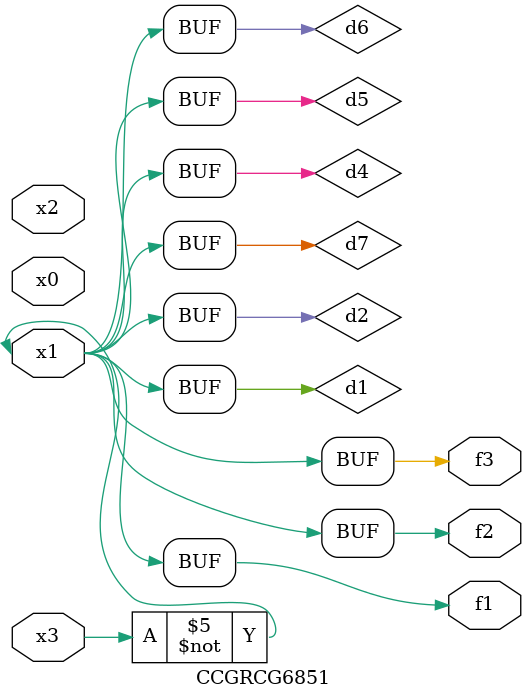
<source format=v>
module CCGRCG6851(
	input x0, x1, x2, x3,
	output f1, f2, f3
);

	wire d1, d2, d3, d4, d5, d6, d7;

	not (d1, x3);
	buf (d2, x1);
	xnor (d3, d1, d2);
	nor (d4, d1);
	buf (d5, d1, d2);
	buf (d6, d4, d5);
	nand (d7, d4);
	assign f1 = d6;
	assign f2 = d7;
	assign f3 = d6;
endmodule

</source>
